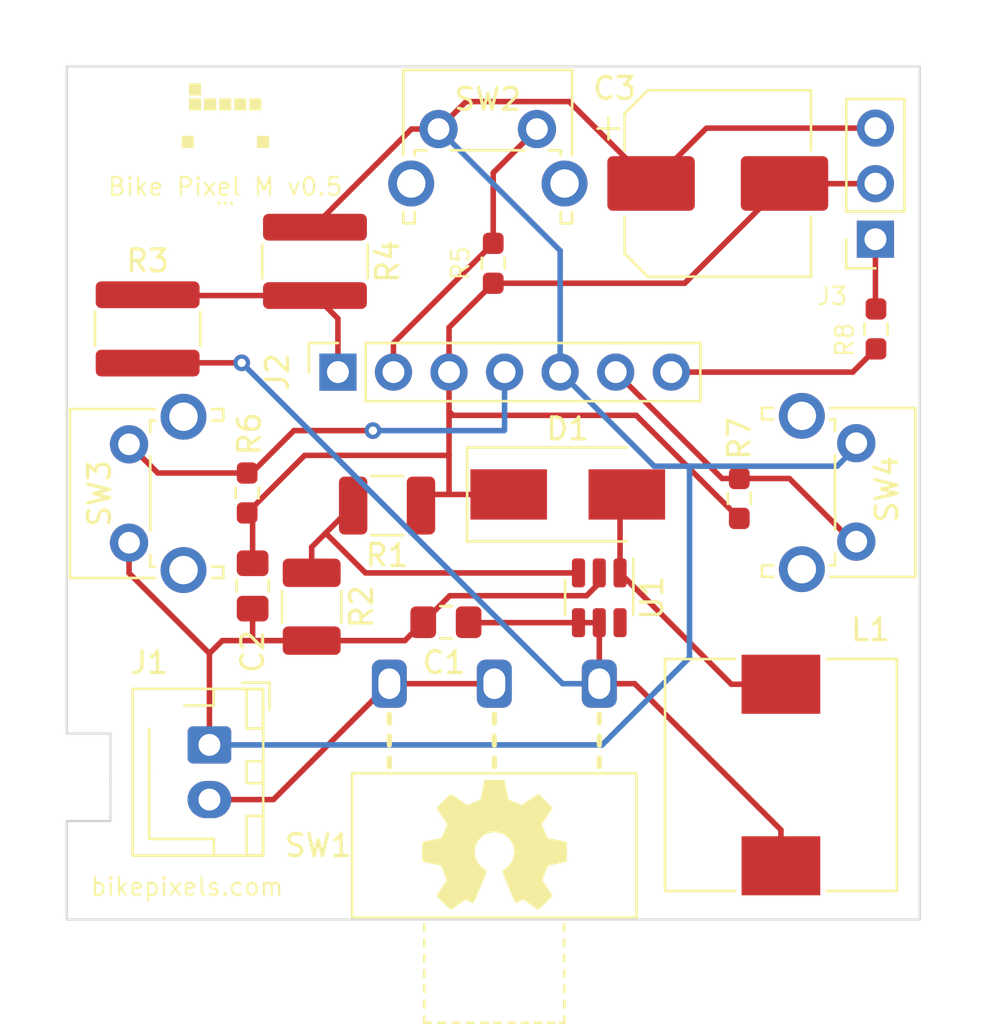
<source format=kicad_pcb>
(kicad_pcb (version 20211014) (generator pcbnew)
  (title_block (title "Bike Pixel M PCB") (rev "v0.5") (company "OpenDev.Consulting") (comment 2 "https://bikepixels.com") (comment 3 "License: CERN OHL v1.2") (comment 4 "Author: K. Stopa "))
  (layers (0 "F.Cu" signal) (31 "B.Cu" signal) (34 "B.Paste" user) (35 "F.Paste" user) (36 "B.SilkS" user "B.Silkscreen") (37 "F.SilkS" user "F.Silkscreen") (38 "B.Mask" user) (39 "F.Mask" user) (44 "Edge.Cuts" user))
  (net 0 "")
  (net 1 "Net-(C1-Pad1)")
  (net 2 "GND")
  (net 3 "+5V")
  (net 4 "Net-(D1-Pad2)")
  (net 5 "Net-(J1-Pad2)")
  (net 6 "Net-(J2-Pad1)")
  (net 7 "Net-(J2-Pad2)")
  (net 8 "Net-(J2-Pad4)")
  (net 9 "Net-(J2-Pad6)")
  (net 10 "Net-(J2-Pad7)")
  (net 11 "Net-(J3-Pad1)")
  (net 12 "Net-(R1-Pad2)")
  (footprint "Capacitor_SMD:CP_Elec_8x6.2" (layer "F.Cu") (at 149.7675 85.35)
    (fp_text reference "C3" (at -4.7175 -4.35) (layer "F.SilkS"))
    (fp_text value "330uF")
    (fp_line (start -3.195563 -4.26) (end 4.26 -4.26) (layer "F.SilkS") (width 0.12))
    (fp_line (start -4.26 3.195563) (end -4.26 1.51) (layer "F.SilkS") (width 0.12))
    (fp_line (start 4.26 4.26) (end 4.26 1.51) (layer "F.SilkS") (width 0.12))
    (fp_line (start -4.26 3.195563) (end -3.195563 4.26) (layer "F.SilkS") (width 0.12))
    (fp_line (start -5 -3.01) (end -5 -2.01) (layer "F.SilkS") (width 0.12))
    (fp_line (start -3.195563 4.26) (end 4.26 4.26) (layer "F.SilkS") (width 0.12))
    (fp_line (start -4.26 -3.195563) (end -4.26 -1.51) (layer "F.SilkS") (width 0.12))
    (fp_line (start -5.5 -2.51) (end -4.5 -2.51) (layer "F.SilkS") (width 0.12))
    (fp_line (start -4.26 -3.195563) (end -3.195563 -4.26) (layer "F.SilkS") (width 0.12))
    (fp_line (start 4.26 -4.26) (end 4.26 -1.51) (layer "F.SilkS") (width 0.12))
    (pad "1" smd roundrect locked (at -3.05 0) (size 4 2.5) (layers "F.Cu" "F.Paste" "F.Mask") (roundrect_rratio 0.1) (net 2 "GND"))
    (pad "2" smd roundrect locked (at 3.05 0) (size 4 2.5) (layers "F.Cu" "F.Paste" "F.Mask") (roundrect_rratio 0.1) (net 3 "+5V"))
  )
  (footprint "Resistor_SMD:R_0603_1608Metric_Pad0.98x0.95mm_HandSolder" (layer "F.Cu") (at 128.25 99.5 90)
    (fp_text reference "R6" (at 2.7 0.1 90) (layer "F.SilkS"))
    (fp_text value "10k")
    (fp_line (start -0.254724 -0.5225) (end 0.254724 -0.5225) (layer "F.SilkS") (width 0.12))
    (fp_line (start -0.254724 0.5225) (end 0.254724 0.5225) (layer "F.SilkS") (width 0.12))
    (pad "1" smd roundrect locked (at -0.9125 0 90) (size 0.975 0.95) (layers "F.Cu" "F.Paste" "F.Mask") (net 3 "+5V"))
    (pad "2" smd roundrect locked (at 0.9125 0 90) (size 0.975 0.95) (layers "F.Cu" "F.Paste" "F.Mask") (net 8 "Net-(J2-Pad4)"))
  )
  (footprint "Resistor_SMD:R_0603_1608Metric_Pad0.98x0.95mm_HandSolder" (layer "F.Cu") (at 157 92 90)
    (fp_text reference "R8" (at -0.5 -1.43 90) (layer "F.SilkS") (effects (font (size 0.8 0.8) (thickness 0.1))))
    (fp_text value "470")
    (fp_line (start -0.254724 0.5225) (end 0.254724 0.5225) (layer "F.SilkS") (width 0.12))
    (fp_line (start -0.254724 -0.5225) (end 0.254724 -0.5225) (layer "F.SilkS") (width 0.12))
    (pad "1" smd roundrect locked (at -0.9125 0 90) (size 0.975 0.95) (layers "F.Cu" "F.Paste" "F.Mask") (net 10 "Net-(J2-Pad7)"))
    (pad "2" smd roundrect locked (at 0.9125 0 90) (size 0.975 0.95) (layers "F.Cu" "F.Paste" "F.Mask") (net 11 "Net-(J3-Pad1)"))
  )
  (footprint "Capacitor_SMD:C_0805_2012Metric_Pad1.18x1.45mm_HandSolder" (layer "F.Cu") (at 137.3378 105.41 180)
    (fp_text reference "C1" (at 0.0878 -1.84) (layer "F.SilkS"))
    (fp_text value "22uF")
    (fp_line (start -0.261252 -0.735) (end 0.261252 -0.735) (layer "F.SilkS") (width 0.12))
    (fp_line (start -0.261252 0.735) (end 0.261252 0.735) (layer "F.SilkS") (width 0.12))
    (pad "1" smd roundrect locked (at -1.0375 0 180) (size 1.175 1.45) (layers "F.Cu" "F.Paste" "F.Mask") (roundrect_rratio 0.2127659574) (net 1 "Net-(C1-Pad1)"))
    (pad "2" smd roundrect locked (at 1.0375 0 180) (size 1.175 1.45) (layers "F.Cu" "F.Paste" "F.Mask") (roundrect_rratio 0.2127659574) (net 2 "GND"))
  )
  (footprint "Connector_PinSocket_2.54mm:PinSocket_1x03_P2.54mm_Vertical" (layer "F.Cu") (at 156.975 87.9 180)
    (fp_text reference "J3" (at 1.975 -2.6) (layer "F.SilkS") (effects (font (size 0.8 0.8) (thickness 0.1))))
    (fp_text value "Matrix")
    (fp_line (start -1.33 1.27) (end 1.33 1.27) (layer "F.SilkS") (width 0.12))
    (fp_line (start 0 -1.33) (end 1.33 -1.33) (layer "F.SilkS") (width 0.12))
    (fp_line (start 1.33 1.27) (end 1.33 6.41) (layer "F.SilkS") (width 0.12))
    (fp_line (start -1.33 1.27) (end -1.33 6.41) (layer "F.SilkS") (width 0.12))
    (fp_line (start 1.33 -1.33) (end 1.33 0) (layer "F.SilkS") (width 0.12))
    (fp_line (start -1.33 6.41) (end 1.33 6.41) (layer "F.SilkS") (width 0.12))
    (pad "1" thru_hole rect locked (at 0 0 180) (size 1.7 1.7) (drill 1) (layers *.Cu *.Mask) (net 11 "Net-(J3-Pad1)"))
    (pad "2" thru_hole oval locked (at 0 2.54 180) (size 1.7 1.7) (drill 1) (layers *.Cu *.Mask) (net 3 "+5V"))
    (pad "3" thru_hole oval locked (at 0 5.08 180) (size 1.7 1.7) (drill 1) (layers *.Cu *.Mask) (net 2 "GND"))
  )
  (footprint "Bike_Pixels_Custom:Bike_Pixels_logo_silk" (layer "F.Cu") (at 127.25 82.25)
    (fp_text reference "Bike Pixel M v0.5" (at 0 3.25) (layer "F.SilkS") (effects (font (size 0.8 0.8) (thickness 0.1))))
    (fp_text value "LOGO" hide)
    (fp_poly (pts (xy 1.650241 -0.235049) (xy 1.091919 -0.235049) (xy 1.093183 -0.512945) (xy 1.094448 -0.790842) (xy 1.372345 -0.792107) (xy 1.650241 -0.793371)) (layer "F.SilkS") (width 0) (fill solid))
    (fp_poly (pts (xy 2.002815 1.478851) (xy 1.444492 1.478851) (xy 1.445757 1.200955) (xy 1.447022 0.923058) (xy 1.724918 0.921793) (xy 2.002815 0.920529)) (layer "F.SilkS") (width 0) (fill solid))
    (fp_poly (pts (xy -0.416233 -0.235049) (xy -0.974555 -0.235049) (xy -0.97329 -0.512945) (xy -0.972026 -0.790842) (xy -0.694129 -0.792107) (xy -0.416233 -0.793371)) (layer "F.SilkS") (width 0) (fill solid))
    (fp_poly (pts (xy 0.684336 -0.792107) (xy 0.962233 -0.790842) (xy 0.963498 -0.512945) (xy 0.964762 -0.235049) (xy 0.40644 -0.235049) (xy 0.40644 -0.793371)) (layer "F.SilkS") (width 0) (fill solid))
    (fp_poly (pts (xy -1.720021 0.921793) (xy -1.442124 0.923058) (xy -1.44086 1.200955) (xy -1.439595 1.478851) (xy -1.997917 1.478851) (xy -1.997917 0.920529)) (layer "F.SilkS") (width 0) (fill solid))
    (fp_poly (pts (xy -1.106689 -0.920609) (xy -1.660034 -0.920609) (xy -1.660034 -1.47885) (xy -1.106689 -1.47885)) (layer "F.SilkS") (width 0) (fill solid))
    (fp_poly (pts (xy -1.106689 -0.235049) (xy -1.660034 -0.235049) (xy -1.660034 -0.79329) (xy -1.106689 -0.79329)) (layer "F.SilkS") (width 0) (fill solid))
    (fp_poly (pts (xy 0.273041 -0.512945) (xy 0.274305 -0.235049) (xy -0.284098 -0.235049) (xy -0.282834 -0.512945) (xy -0.281569 -0.790842) (xy 0.271776 -0.790842)) (layer "F.SilkS") (width 0) (fill solid))
  )
  (footprint "Diode_SMD:D_SMB_Handsoldering" (layer "F.Cu") (at 142.908 99.568)
    (fp_text reference "D1" (at 0 -3) (layer "F.SilkS"))
    (fp_text value "SL22")
    (fp_line (start -4.6 -2.15) (end -4.6 2.15) (layer "F.SilkS") (width 0.12))
    (fp_line (start -4.6 2.15) (end 2.7 2.15) (layer "F.SilkS") (width 0.12))
    (fp_line (start -4.6 -2.15) (end 2.7 -2.15) (layer "F.SilkS") (width 0.12))
    (pad "1" smd rect locked (at -2.7 0) (size 3.5 2.3) (layers "F.Cu" "F.Paste" "F.Mask") (net 3 "+5V"))
    (pad "2" smd rect locked (at 2.7 0) (size 3.5 2.3) (layers "F.Cu" "F.Paste" "F.Mask") (net 4 "Net-(D1-Pad2)"))
  )
  (footprint "Resistor_SMD:R_1210_3225Metric_Pad1.30x2.65mm_HandSolder" (layer "F.Cu") (at 131.2 104.7 -90)
    (fp_text reference "R2" (at 0 -2.28 90) (layer "F.SilkS"))
    (fp_text value "1k")
    (fp_line (start -0.723737 1.355) (end 0.723737 1.355) (layer "F.SilkS") (width 0.12))
    (fp_line (start -0.723737 -1.355) (end 0.723737 -1.355) (layer "F.SilkS") (width 0.12))
    (pad "1" smd roundrect locked (at -1.55 0 270) (size 1.3 2.65) (layers "F.Cu" "F.Paste" "F.Mask") (roundrect_rratio 0.1923076923) (net 12 "Net-(R1-Pad2)"))
    (pad "2" smd roundrect locked (at 1.55 0 270) (size 1.3 2.65) (layers "F.Cu" "F.Paste" "F.Mask") (roundrect_rratio 0.1923076923) (net 2 "GND"))
  )
  (footprint "Package_TO_SOT_SMD:SOT-23-6" (layer "F.Cu") (at 144.3482 104.2924 -90)
    (fp_text reference "U1" (at 0 -2.4 90) (layer "F.SilkS"))
    (fp_text value "MT3608")
    (fp_line (start 0 1.56) (end -0.8 1.56) (layer "F.SilkS") (width 0.12))
    (fp_line (start 0 -1.56) (end -1.8 -1.56) (layer "F.SilkS") (width 0.12))
    (fp_line (start 0 1.56) (end 0.8 1.56) (layer "F.SilkS") (width 0.12))
    (fp_line (start 0 -1.56) (end 0.8 -1.56) (layer "F.SilkS") (width 0.12))
    (pad "1" smd roundrect locked (at -1.1375 -0.95 270) (size 1.325 0.6) (layers "F.Cu" "F.Paste" "F.Mask") (net 4 "Net-(D1-Pad2)"))
    (pad "2" smd roundrect locked (at -1.1375 0 270) (size 1.325 0.6) (layers "F.Cu" "F.Paste" "F.Mask") (net 2 "GND"))
    (pad "3" smd roundrect locked (at -1.1375 0.95 270) (size 1.325 0.6) (layers "F.Cu" "F.Paste" "F.Mask") (net 12 "Net-(R1-Pad2)"))
    (pad "4" smd roundrect locked (at 1.1375 0.95 270) (size 1.325 0.6) (layers "F.Cu" "F.Paste" "F.Mask") (net 1 "Net-(C1-Pad1)"))
    (pad "5" smd roundrect locked (at 1.1375 0 270) (size 1.325 0.6) (layers "F.Cu" "F.Paste" "F.Mask") (net 1 "Net-(C1-Pad1)"))
    (pad "6" smd roundrect locked (at 1.1375 -0.95 270) (size 1.325 0.6) (layers "F.Cu" "F.Paste" "F.Mask"))
  )
  (footprint "Inductor_SMD:L_10.4x10.4_H4.8" (layer "F.Cu") (at 152.654 112.395 90)
    (fp_text reference "L1" (at 6.645 4.096 180) (layer "F.SilkS"))
    (fp_text value "22uH")
    (fp_line (start -5.3 5.3) (end -5.3 2.1) (layer "F.SilkS") (width 0.12))
    (fp_line (start -5.3 -5.3) (end 5.3 -5.3) (layer "F.SilkS") (width 0.12))
    (fp_line (start -5.3 -2.1) (end -5.3 -5.3) (layer "F.SilkS") (width 0.12))
    (fp_line (start 5.3 -5.3) (end 5.3 -2.1) (layer "F.SilkS") (width 0.12))
    (fp_line (start 5.3 5.3) (end -5.3 5.3) (layer "F.SilkS") (width 0.12))
    (fp_line (start 5.3 2.1) (end 5.3 5.3) (layer "F.SilkS") (width 0.12))
    (pad "1" smd rect locked (at -4.15 0 90) (size 2.7 3.6) (layers "F.Cu" "F.Paste" "F.Mask") (net 1 "Net-(C1-Pad1)"))
    (pad "2" smd rect locked (at 4.15 0 90) (size 2.7 3.6) (layers "F.Cu" "F.Paste" "F.Mask") (net 4 "Net-(D1-Pad2)"))
  )
  (footprint "Button_Switch_THT:SW_Tactile_SPST_Angled_PTS645Vx58-2LFS" (layer "F.Cu") (at 137 82.8625)
    (fp_text reference "SW2" (at 2.25 -1.3625) (layer "F.SilkS"))
    (fp_text value "mode")
    (fp_line (start -1.09 0.97) (end -0.55 0.97) (layer "F.SilkS") (width 0.12))
    (fp_line (start 6.11 3.8) (end 6.11 4.31) (layer "F.SilkS") (width 0.12))
    (fp_line (start 5.59 0.97) (end 5.59 1.2) (layer "F.SilkS") (width 0.12))
    (fp_line (start 6.11 -2.7) (end 6.11 1.2) (layer "F.SilkS") (width 0.12))
    (fp_line (start 5.05 0.97) (end 5.59 0.97) (layer "F.SilkS") (width 0.12))
    (fp_line (start 0.55 0.97) (end 3.95 0.97) (layer "F.SilkS") (width 0.12))
    (fp_line (start 5.59 3.8) (end 5.59 4.31) (layer "F.SilkS") (width 0.12))
    (fp_line (start -1.61 -2.7) (end 6.11 -2.7) (layer "F.SilkS") (width 0.12))
    (fp_line (start 5.59 4.31) (end 6.11 4.31) (layer "F.SilkS") (width 0.12))
    (fp_line (start -1.61 -2.7) (end -1.61 1.2) (layer "F.SilkS") (width 0.12))
    (fp_line (start -1.61 3.8) (end -1.61 4.31) (layer "F.SilkS") (width 0.12))
    (fp_line (start -1.61 4.31) (end -1.09 4.31) (layer "F.SilkS") (width 0.12))
    (fp_line (start -1.09 3.8) (end -1.09 4.31) (layer "F.SilkS") (width 0.12))
    (fp_line (start -1.09 0.97) (end -1.09 1.2) (layer "F.SilkS") (width 0.12))
    (pad "" thru_hole circle locked (at -1.25 2.49) (size 2.1 2.1) (drill 1.3) (layers *.Cu *.Mask))
    (pad "" thru_hole circle locked (at 5.76 2.49) (size 2.1 2.1) (drill 1.3) (layers *.Cu *.Mask))
    (pad "1" thru_hole circle locked (at 0 0) (size 1.75 1.75) (drill 0.99) (layers *.Cu *.Mask) (net 2 "GND"))
    (pad "2" thru_hole circle locked (at 4.5 0) (size 1.75 1.75) (drill 0.99) (layers *.Cu *.Mask) (net 7 "Net-(J2-Pad2)"))
  )
  (footprint "Capacitor_SMD:C_0805_2012Metric_Pad1.18x1.45mm_HandSolder" (layer "F.Cu") (at 128.5 103.75 -90)
    (fp_text reference "C2" (at 3 0 90) (layer "F.SilkS"))
    (fp_text value "22uF")
    (fp_line (start -0.261252 0.735) (end 0.261252 0.735) (layer "F.SilkS") (width 0.12))
    (fp_line (start -0.261252 -0.735) (end 0.261252 -0.735) (layer "F.SilkS") (width 0.12))
    (pad "1" smd roundrect locked (at -1.0375 0 270) (size 1.175 1.45) (layers "F.Cu" "F.Paste" "F.Mask") (roundrect_rratio 0.2127659574) (net 3 "+5V"))
    (pad "2" smd roundrect locked (at 1.0375 0 270) (size 1.175 1.45) (layers "F.Cu" "F.Paste" "F.Mask") (roundrect_rratio 0.2127659574) (net 2 "GND"))
  )
  (footprint "Bike_Pixels_Custom:Bike_Pixels_logo_solder" (layer "F.Cu") (at 127.25 82.75)
    (fp_text reference "..." (at 0 3.25 180) (layer "F.SilkS") (effects (font (size 0.6 0.6) (thickness 0.1))))
    (fp_text value "LOGO" hide)
  )
  (footprint "Bike_Pixels_Custom:SW_SPDT_SS12D06_H5_SPACE_4.8" (layer "F.Cu") (at 139.55 108.22)
    (fp_text reference "SW1" (at -8.05 7.4 unlocked) (layer "F.SilkS"))
    (fp_text value "on/off")
    (fp_line (start 4.8 3.4) (end 4.8 3.8) (layer "F.SilkS") (width 0.24))
    (fp_line (start -3.2 11) (end -3.2 11.3) (layer "F.SilkS") (width 0.12))
    (fp_line (start -3.2 14.5) (end -3.2 14.8) (layer "F.SilkS") (width 0.12))
    (fp_line (start 0 15.5) (end 0.3 15.5) (layer "F.SilkS") (width 0.12))
    (fp_line (start -1.25 15.5) (end -0.95 15.5) (layer "F.SilkS") (width 0.12))
    (fp_line (start 0.65 15.5) (end 0.95 15.5) (layer "F.SilkS") (width 0.12))
    (fp_line (start 0 3.4) (end 0 3.8) (layer "F.SilkS") (width 0.24))
    (fp_line (start -4.8 3.4) (end -4.8 3.8) (layer "F.SilkS") (width 0.24))
    (fp_line (start -3.2 15.2) (end -3.2 15.5) (layer "F.SilkS") (width 0.12))
    (fp_line (start -4.8 1.4) (end -4.8 1.8) (layer "F.SilkS") (width 0.24))
    (fp_line (start 3.2 13.8) (end 3.2 14.1) (layer "F.SilkS") (width 0.12))
    (fp_line (start -3.2 13.1) (end -3.2 13.4) (layer "F.SilkS") (width 0.12))
    (fp_line (start 3.2 13.1) (end 3.2 13.4) (layer "F.SilkS") (width 0.12))
    (fp_line (start -3.2 11.7) (end -3.2 12) (layer "F.SilkS") (width 0.12))
    (fp_line (start 2.45 15.5) (end 2.75 15.5) (layer "F.SilkS") (width 0.12))
    (fp_line (start -1.9 15.5) (end -1.6 15.5) (layer "F.SilkS") (width 0.12))
    (fp_line (start -3.2 13.8) (end -3.2 14.1) (layer "F.SilkS") (width 0.12))
    (fp_line (start -0.6 15.5) (end -0.3 15.5) (layer "F.SilkS") (width 0.12))
    (fp_line (start 0 1.4) (end 0 1.8) (layer "F.SilkS") (width 0.24))
    (fp_line (start 3.2 11) (end 3.2 11.3) (layer "F.SilkS") (width 0.12))
    (fp_line (start 3 15.5) (end 3.2 15.5) (layer "F.SilkS") (width 0.12))
    (fp_line (start 4.8 1.4) (end 4.8 1.8) (layer "F.SilkS") (width 0.24))
    (fp_line (start 3.2 12.4) (end 3.2 12.7) (layer "F.SilkS") (width 0.12))
    (fp_line (start 1.85 15.5) (end 2.15 15.5) (layer "F.SilkS") (width 0.12))
    (fp_line (start 3.2 11.7) (end 3.2 12) (layer "F.SilkS") (width 0.12))
    (fp_line (start 3.2 15.5) (end 3.2 15.2) (layer "F.SilkS") (width 0.12))
    (fp_line (start -2.55 15.5) (end -2.25 15.5) (layer "F.SilkS") (width 0.12))
    (fp_line (start 1.25 15.5) (end 1.55 15.5) (layer "F.SilkS") (width 0.12))
    (fp_line (start 0 2.4) (end 0 2.8) (layer "F.SilkS") (width 0.24))
    (fp_line (start 3.2 14.5) (end 3.2 14.8) (layer "F.SilkS") (width 0.12))
    (fp_line (start -4.8 2.4) (end -4.8 2.8) (layer "F.SilkS") (width 0.24))
    (fp_line (start -3.2 15.5) (end -2.9 15.5) (layer "F.SilkS") (width 0.12))
    (fp_line (start -3.2 12.4) (end -3.2 12.7) (layer "F.SilkS") (width 0.12))
    (fp_line (start 4.8 2.4) (end 4.8 2.8) (layer "F.SilkS") (width 0.24))
    (fp_rect (start -6.5 4.1) (end 6.5 10.7) (layer "F.SilkS") (width 0.12) (fill none))
    (pad "1" thru_hole roundrect (at -4.8 0) (size 1.6 2.2) (drill oval 1 1.4) (layers *.Cu *.Mask) (net 5 "Net-(J1-Pad2)"))
    (pad "2" thru_hole roundrect (at 0 0) (size 1.6 2.2) (drill oval 1 1.4) (layers *.Cu *.Mask) (net 5 "Net-(J1-Pad2)"))
    (pad "3" thru_hole roundrect (at 4.8 0) (size 1.6 2.2) (drill oval 1 1.4) (layers *.Cu *.Mask) (net 1 "Net-(C1-Pad1)"))
  )
  (footprint "Button_Switch_THT:SW_Tactile_SPST_Angled_PTS645Vx58-2LFS" (layer "F.Cu") (at 122.85 101.775 90)
    (fp_text reference "SW3" (at 2.25 -1.35 90) (layer "F.SilkS"))
    (fp_text value "color")
    (fp_line (start 6.11 3.8) (end 6.11 4.31) (layer "F.SilkS") (width 0.12))
    (fp_line (start 6.11 -2.7) (end 6.11 1.2) (layer "F.SilkS") (width 0.12))
    (fp_line (start -1.09 0.97) (end -0.55 0.97) (layer "F.SilkS") (width 0.12))
    (fp_line (start -1.61 4.31) (end -1.09 4.31) (layer "F.SilkS") (width 0.12))
    (fp_line (start 5.59 0.97) (end 5.59 1.2) (layer "F.SilkS") (width 0.12))
    (fp_line (start -1.61 -2.7) (end -1.61 1.2) (layer "F.SilkS") (width 0.12))
    (fp_line (start -1.09 3.8) (end -1.09 4.31) (layer "F.SilkS") (width 0.12))
    (fp_line (start 5.59 4.31) (end 6.11 4.31) (layer "F.SilkS") (width 0.12))
    (fp_line (start -1.61 3.8) (end -1.61 4.31) (layer "F.SilkS") (width 0.12))
    (fp_line (start 5.05 0.97) (end 5.59 0.97) (layer "F.SilkS") (width 0.12))
    (fp_line (start -1.09 0.97) (end -1.09 1.2) (layer "F.SilkS") (width 0.12))
    (fp_line (start 0.55 0.97) (end 3.95 0.97) (layer "F.SilkS") (width 0.12))
    (fp_line (start -1.61 -2.7) (end 6.11 -2.7) (layer "F.SilkS") (width 0.12))
    (fp_line (start 5.59 3.8) (end 5.59 4.31) (layer "F.SilkS") (width 0.12))
    (pad "" thru_hole circle locked (at 5.76 2.49 90) (size 2.1 2.1) (drill 1.3) (layers *.Cu *.Mask))
    (pad "" thru_hole circle locked (at -1.25 2.49 90) (size 2.1 2.1) (drill 1.3) (layers *.Cu *.Mask))
    (pad "1" thru_hole circle locked (at 0 0 90) (size 1.75 1.75) (drill 0.99) (layers *.Cu *.Mask) (net 2 "GND"))
    (pad "2" thru_hole circle locked (at 4.5 0 90) (size 1.75 1.75) (drill 0.99) (layers *.Cu *.Mask) (net 8 "Net-(J2-Pad4)"))
  )
  (footprint "Resistor_SMD:R_1218_3246Metric_Pad1.22x4.75mm_HandSolder" (layer "F.Cu") (at 123.7 92 90)
    (fp_text reference "R3" (at 3.1125 0) (layer "F.SilkS"))
    (fp_text value "22k")
    (fp_line (start -0.777064 2.41) (end 0.777064 2.41) (layer "F.SilkS") (width 0.12))
    (fp_line (start -0.777064 -2.41) (end 0.777064 -2.41) (layer "F.SilkS") (width 0.12))
    (pad "1" smd roundrect locked (at -1.5625 0 90) (size 1.225 4.75) (layers "F.Cu" "F.Paste" "F.Mask") (roundrect_rratio 0.2040816327) (net 1 "Net-(C1-Pad1)"))
    (pad "2" smd roundrect locked (at 1.5625 0 90) (size 1.225 4.75) (layers "F.Cu" "F.Paste" "F.Mask") (roundrect_rratio 0.2040816327) (net 6 "Net-(J2-Pad1)"))
  )
  (footprint "Connector_JST:JST_XH_B2B-XH-AM_1x02_P2.50mm_Vertical" (layer "F.Cu") (at 126.525 111.018 -90)
    (fp_text reference "J1" (at -3.768 2.751 180) (layer "F.SilkS"))
    (fp_text value "Battery")
    (fp_line (start 5.06 3.51) (end 5.06 -2.46) (layer "F.SilkS") (width 0.12))
    (fp_line (start 5.06 -2.46) (end -2.56 -2.46) (layer "F.SilkS") (width 0.12))
    (fp_line (start -2.55 -2.45) (end -2.55 -1.7) (layer "F.SilkS") (width 0.12))
    (fp_line (start -2.56 -2.46) (end -2.56 3.51) (layer "F.SilkS") (width 0.12))
    (fp_line (start 0.75 -2.45) (end 0.75 -1.7) (layer "F.SilkS") (width 0.12))
    (fp_line (start -0.75 -1.7) (end -0.75 -2.45) (layer "F.SilkS") (width 0.12))
    (fp_line (start 4.3 -0.2) (end 4.3 2.75) (layer "F.SilkS") (width 0.12))
    (fp_line (start 3.25 -1.7) (end 5.05 -1.7) (layer "F.SilkS") (width 0.12))
    (fp_line (start 4.3 2.75) (end 1.25 2.75) (layer "F.SilkS") (width 0.12))
    (fp_line (start 5.05 -0.2) (end 4.3 -0.2) (layer "F.SilkS") (width 0.12))
    (fp_line (start 1.75 -2.45) (end 0.75 -2.45) (layer "F.SilkS") (width 0.12))
    (fp_line (start -2.55 -0.2) (end -1.8 -0.2) (layer "F.SilkS") (width 0.12))
    (fp_line (start 0.75 -1.7) (end 1.75 -1.7) (layer "F.SilkS") (width 0.12))
    (fp_line (start -1.6 -2.75) (end -2.85 -2.75) (layer "F.SilkS") (width 0.12))
    (fp_line (start -0.75 -2.45) (end -2.55 -2.45) (layer "F.SilkS") (width 0.12))
    (fp_line (start -2.85 -2.75) (end -2.85 -1.5) (layer "F.SilkS") (width 0.12))
    (fp_line (start 1.25 2.75) (end -0.74 2.75) (layer "F.SilkS") (width 0.12))
    (fp_line (start 3.25 -2.45) (end 3.25 -1.7) (layer "F.SilkS") (width 0.12))
    (fp_line (start 1.75 -1.7) (end 1.75 -2.45) (layer "F.SilkS") (width 0.12))
    (fp_line (start 5.05 -1.7) (end 5.05 -2.45) (layer "F.SilkS") (width 0.12))
    (fp_line (start -2.56 3.51) (end 5.06 3.51) (layer "F.SilkS") (width 0.12))
    (fp_line (start -1.8 -0.2) (end -1.8 1.14) (layer "F.SilkS") (width 0.12))
    (fp_line (start 5.05 -2.45) (end 3.25 -2.45) (layer "F.SilkS") (width 0.12))
    (fp_line (start -2.55 -1.7) (end -0.75 -1.7) (layer "F.SilkS") (width 0.12))
    (pad "" np_thru_hole circle locked (at -1.6 2 270) (size 1.2 1.2) (drill 1.2) (layers *.Cu *.Mask))
    (pad "1" thru_hole roundrect locked (at 0 0 270) (size 1.7 2) (drill 1) (layers *.Cu *.Mask) (roundrect_rratio 0.1470588235) (net 2 "GND"))
    (pad "2" thru_hole oval locked (at 2.5 0 270) (size 1.7 2) (drill 1) (layers *.Cu *.Mask) (net 5 "Net-(J1-Pad2)"))
  )
  (footprint "Resistor_SMD:R_0603_1608Metric_Pad0.98x0.95mm_HandSolder" (layer "F.Cu") (at 150.75 99.75 90)
    (fp_text reference "R7" (at 2.75 0 90) (layer "F.SilkS"))
    (fp_text value "10k")
    (fp_line (start -0.254724 -0.5225) (end 0.254724 -0.5225) (layer "F.SilkS") (width 0.12))
    (fp_line (start -0.254724 0.5225) (end 0.254724 0.5225) (layer "F.SilkS") (width 0.12))
    (pad "1" smd roundrect locked (at -0.9125 0 90) (size 0.975 0.95) (layers "F.Cu" "F.Paste" "F.Mask") (net 3 "+5V"))
    (pad "2" smd roundrect locked (at 0.9125 0 90) (size 0.975 0.95) (layers "F.Cu" "F.Paste" "F.Mask") (net 9 "Net-(J2-Pad6)"))
  )
  (footprint "Connector_PinSocket_2.54mm:PinSocket_1x07_P2.54mm_Vertical" (layer "F.Cu") (at 132.4 93.975 90)
    (fp_text reference "J2" (at 0 -2.77 90) (layer "F.SilkS"))
    (fp_text value "Arduino")
    (fp_line (start 0 -1.33) (end 1.33 -1.33) (layer "F.SilkS") (width 0.12))
    (fp_line (start -1.33 16.57) (end 1.33 16.57) (layer "F.SilkS") (width 0.12))
    (fp_line (start -1.33 1.27) (end -1.33 16.57) (layer "F.SilkS") (width 0.12))
    (fp_line (start 1.33 1.27) (end 1.33 16.57) (layer "F.SilkS") (width 0.12))
    (fp_line (start -1.33 1.27) (end 1.33 1.27) (layer "F.SilkS") (width 0.12))
    (fp_line (start 1.33 -1.33) (end 1.33 0) (layer "F.SilkS") (width 0.12))
    (pad "1" thru_hole rect locked (at 0 0 90) (size 1.7 1.7) (drill 1) (layers *.Cu *.Mask) (net 6 "Net-(J2-Pad1)"))
    (pad "2" thru_hole oval locked (at 0 2.54 90) (size 1.7 1.7) (drill 1) (layers *.Cu *.Mask) (net 7 "Net-(J2-Pad2)"))
    (pad "3" thru_hole oval locked (at 0 5.08 90) (size 1.7 1.7) (drill 1) (layers *.Cu *.Mask) (net 3 "+5V"))
    (pad "4" thru_hole oval locked (at 0 7.62 90) (size 1.7 1.7) (drill 1) (layers *.Cu *.Mask) (net 8 "Net-(J2-Pad4)"))
    (pad "5" thru_hole oval locked (at 0 10.16 90) (size 1.7 1.7) (drill 1) (layers *.Cu *.Mask) (net 2 "GND"))
    (pad "6" thru_hole oval locked (at 0 12.7 90) (size 1.7 1.7) (drill 1) (layers *.Cu *.Mask) (net 9 "Net-(J2-Pad6)"))
    (pad "7" thru_hole oval locked (at 0 15.24 90) (size 1.7 1.7) (drill 1) (layers *.Cu *.Mask) (net 10 "Net-(J2-Pad7)"))
  )
  (footprint "Resistor_SMD:R_1210_3225Metric_Pad1.30x2.65mm_HandSolder" (layer "F.Cu") (at 134.646 100.076 180)
    (fp_text reference "R1" (at 0 -2.28) (layer "F.SilkS"))
    (fp_text value "7.5k")
    (fp_line (start -0.723737 1.355) (end 0.723737 1.355) (layer "F.SilkS") (width 0.12))
    (fp_line (start -0.723737 -1.355) (end 0.723737 -1.355) (layer "F.SilkS") (width 0.12))
    (pad "1" smd roundrect locked (at -1.55 0 180) (size 1.3 2.65) (layers "F.Cu" "F.Paste" "F.Mask") (roundrect_rratio 0.1923076923) (net 3 "+5V"))
    (pad "2" smd roundrect locked (at 1.55 0 180) (size 1.3 2.65) (layers "F.Cu" "F.Paste" "F.Mask") (roundrect_rratio 0.1923076923) (net 12 "Net-(R1-Pad2)"))
  )
  (footprint "Resistor_SMD:R_0603_1608Metric_Pad0.98x0.95mm_HandSolder" (layer "F.Cu") (at 139.5 89 90)
    (fp_text reference "R5" (at 0 -1.5 90) (layer "F.SilkS") (effects (font (size 0.8 0.8) (thickness 0.1))))
    (fp_text value "10k")
    (fp_line (start -0.254724 -0.5225) (end 0.254724 -0.5225) (layer "F.SilkS") (width 0.12))
    (fp_line (start -0.254724 0.5225) (end 0.254724 0.5225) (layer "F.SilkS") (width 0.12))
    (pad "1" smd roundrect locked (at -0.9125 0 90) (size 0.975 0.95) (layers "F.Cu" "F.Paste" "F.Mask") (net 3 "+5V"))
    (pad "2" smd roundrect locked (at 0.9125 0 90) (size 0.975 0.95) (layers "F.Cu" "F.Paste" "F.Mask") (net 7 "Net-(J2-Pad2)"))
  )
  (footprint "Symbol:OSHW-Symbol_6.7x6mm_SilkScreen" (layer "F.Cu") (at 139.55 115.6)
    (fp_text reference "REF**" hide)
    (fp_text value "OSHW-Symbol_6.7x6mm_SilkScreen" hide)
    (fp_poly (pts (xy 0.555814 -2.531069) (xy 0.639635 -2.086445) (xy 0.94892 -1.958947) (xy 1.258206 -1.831449) (xy 1.629246 -2.083754) (xy 1.733157 -2.154004) (xy 1.827087 -2.216728) (xy 1.906652 -2.269062) (xy 1.96747 -2.308143) (xy 2.005157 -2.331107) (xy 2.015421 -2.336058) (xy 2.03391 -2.323324) (xy 2.07342 -2.288118) (xy 2.129522 -2.234938) (xy 2.197787 -2.168282) (xy 2.273786 -2.092646) (xy 2.353092 -2.012528) (xy 2.431275 -1.932426) (xy 2.503907 -1.856836) (xy 2.566559 -1.790255) (xy 2.614803 -1.737182) (xy 2.64421 -1.702113) (xy 2.651241 -1.690377) (xy 2.641123 -1.66874) (xy 2.612759 -1.621338) (xy 2.569129 -1.552807) (xy 2.513218 -1.467785) (xy 2.448006 -1.370907) (xy 2.410219 -1.31565) (xy 2.341343 -1.214752) (xy 2.28014 -1.123701) (xy 2.229578 -1.04703) (xy 2.192628 -0.989272) (xy 2.172258 -0.954957) (xy 2.169197 -0.947746) (xy 2.176136 -0.927252) (xy 2.195051 -0.879487) (xy 2.223087 -0.811168) (xy 2.257391 -0.729011) (xy 2.295109 -0.63973) (xy 2.333387 -0.550042) (xy 2.36937 -0.466662) (xy 2.400206 -0.396306) (xy 2.423039 -0.34569) (xy 2.435017 -0.321529) (xy 2.435724 -0.320578) (xy 2.454531 -0.315964) (xy 2.504618 -0.305672) (xy 2.580793 -0.290713) (xy 2.677865 -0.272099) (xy 2.790643 -0.250841) (xy 2.856442 -0.238582) (xy 2.97695 -0.215638) (xy 3.085797 -0.193805) (xy 3.177476 -0.174278) (xy 3.246481 -0.158252) (xy 3.287304 -0.146921) (xy 3.295511 -0.143326) (xy 3.303548 -0.118994) (xy 3.310033 -0.064041) (xy 3.31497 0.015108) (xy 3.318364 0.112026) (xy 3.320218 0.220287) (xy 3.320538 0.333465) (xy 3.319327 0.445135) (xy 3.31659 0.548868) (xy 3.312331 0.638241) (xy 3.306555 0.706826) (xy 3.299267 0.748197) (xy 3.294895 0.75681) (xy 3.268764 0.767133) (xy 3.213393 0.781892) (xy 3.136107 0.799352) (xy 3.04423 0.81778) (xy 3.012158 0.823741) (xy 2.857524 0.852066) (xy 2.735375 0.874876) (xy 2.641673 0.89308) (xy 2.572384 0.907583) (xy 2.523471 0.919292) (xy 2.490897 0.929115) (xy 2.470628 0.937956) (xy 2.458626 0.946724) (xy 2.456947 0.948457) (xy 2.440184 0.976371) (xy 2.414614 1.030695) (xy 2.382788 1.104777) (xy 2.34726 1.191965) (xy 2.310583 1.285608) (xy 2.275311 1.379052) (xy 2.243996 1.465647) (xy 2.219193 1.53874) (xy 2.203454 1.591678) (xy 2.199332 1.617811) (xy 2.199676 1.618726) (xy 2.213641 1.640086) (xy 2.245322 1.687084) (xy 2.291391 1.754827) (xy 2.348518 1.838423) (xy 2.413373 1.932982) (xy 2.431843 1.959854) (xy 2.497699 2.057275) (xy 2.55565 2.146163) (xy 2.602538 2.221412) (xy 2.635207 2.27792) (xy 2.6505 2.310581) (xy 2.651241 2.314593) (xy 2.638392 2.335684) (xy 2.602888 2.377464) (xy 2.549293 2.435445) (xy 2.482171 2.505135) (xy 2.406087 2.582045) (xy 2.325604 2.661683) (xy 2.245287 2.739561) (xy 2.169699 2.811186) (xy 2.103405 2.87207) (xy 2.050969 2.917721) (xy 2.016955 2.94365) (xy 2.007545 2.947883) (xy 1.985643 2.937912) (xy 1.9408 2.91102) (xy 1.880321 2.871736) (xy 1.833789 2.840117) (xy 1.749475 2.782098) (xy 1.649626 2.713784) (xy 1.549473 2.645579) (xy 1.495627 2.609075) (xy 1.313371 2.4858) (xy 1.160381 2.56852) (xy 1.090682 2.604759) (xy 1.031414 2.632926) (xy 0.991311 2.648991) (xy 0.981103 2.651226) (xy 0.968829 2.634722) (xy 0.944613 2.588082) (xy 0.910263 2.515609) (xy 0.867588 2.421606) (xy 0.818394 2.310374) (xy 0.76449 2.186215) (xy 0.707684 2.053432) (xy 0.649782 1.916327) (xy 0.592593 1.779202) (xy 0.537924 1.646358) (xy 0.487584 1.522098) (xy 0.44338 1.410725) (xy 0.407119 1.316539) (xy 0.380609 1.243844) (xy 0.365658 1.196941) (xy 0.363254 1.180833) (xy 0.382311 1.160286) (xy 0.424036 1.126933) (xy 0.479706 1.087702) (xy 0.484378 1.084599) (xy 0.628264 0.969423) (xy 0.744283 0.835053) (xy 0.83143 0.685784) (xy 0.888699 0.525913) (xy 0.915086 0.359737) (xy 0.909585 0.191552) (xy 0.87119 0.025655) (xy 0.798895 -0.133658) (xy 0.777626 -0.168513) (xy 0.666996 -0.309263) (xy 0.536302 -0.422286) (xy 0.390064 -0.506997) (xy 0.232808 -0.562806) (xy 0.069057 -0.589126) (xy -0.096667 -0.58537) (xy -0.259838 -0.55095) (xy -0.415935 -0.485277) (xy -0.560433 -0.387765) (xy -0.605131 -0.348187) (xy -0.718888 -0.224297) (xy -0.801782 -0.093876) (xy -0.858644 0.052315) (xy -0.890313 0.197088) (xy -0.898131 0.35986) (xy -0.872062 0.52344) (xy -0.814755 0.682298) (xy -0.728856 0.830906) (xy -0.617014 0.963735) (xy -0.481877 1.075256) (xy -0.464117 1.087011) (xy -0.40785 1.125508) (xy -0.365077 1.158863) (xy -0.344628 1.18016) (xy -0.344331 1.180833) (xy -0.348721 1.203871) (xy -0.366124 1.256157) (xy -0.394732 1.33339) (xy -0.432735 1.431268) (xy -0.478326 1.545491) (xy -0.529697 1.671758) (xy -0.585038 1.805767) (xy -0.642542 1.943218) (xy -0.700399 2.079808) (xy -0.756802 2.211237) (xy -0.809942 2.333205) (xy -0.85801 2.441409) (xy -0.899199 2.531549) (xy -0.931699 2.599323) (xy -0.953703 2.64043) (xy -0.962564 2.651226) (xy -0.98964 2.642819) (xy -1.040303 2.620272) (xy -1.105817 2.587613) (xy -1.141841 2.56852) (xy -1.294832 2.4858) (xy -1.477088 2.609075) (xy -1.570125 2.672228) (xy -1.671985 2.741727) (xy -1.767438 2.807165) (xy -1.81525 2.840117) (xy -1.882495 2.885273) (xy -1.939436 2.921057) (xy -1.978646 2.942938) (xy -1.991381 2.947563) (xy -2.009917 2.935085) (xy -2.050941 2.900252) (xy -2.110475 2.846678) (xy -2.184542 2.777983) (xy -2.269165 2.697781) (xy -2.322685 2.646286) (xy -2.416319 2.554286) (xy -2.497241 2.471999) (xy -2.562177 2.402945) (xy -2.607858 2.350644) (xy -2.631011 2.318616) (xy -2.633232 2.312116) (xy -2.622924 2.287394) (xy -2.594439 2.237405) (xy -2.550937 2.167212) (xy -2.495577 2.081875) (xy -2.43152 1.986456) (xy -2.413303 1.959854) (xy -2.346927 1.863167) (xy -2.287378 1.776117) (xy -2.237984 1.703595) (xy -2.202075 1.650493) (xy -2.182981 1.621703) (xy -2.181136 1.618726) (xy -2.183895 1.595782) (xy -2.198538 1.545336) (xy -2.222513 1.474041) (xy -2.253266 1.388547) (xy -2.288244 1.295507) (xy -2.324893 1.201574) (xy -2.360661 1.113399) (xy -2.392994 1.037634) (xy -2.419338 0.980931) (xy -2.437142 0.949943) (xy -2.438407 0.948457) (xy -2.449294 0.939601) (xy -2.467682 0.930843) (xy -2.497606 0.921277) (xy -2.543103 0.909996) (xy -2.608209 0.896093) (xy -2.696961 0.878663) (xy -2.813393 0.856798) (xy -2.961542 0.829591) (xy -2.993618 0.823741) (xy -3.088686 0.805374) (xy -3.171565 0.787405) (xy -3.23493 0.771569) (xy -3.271458 0.7596) (xy -3.276356 0.75681) (xy -3.284427 0.732072) (xy -3.290987 0.67679) (xy -3.296033 0.597389) (xy -3.299559 0.500296) (xy -3.301561 0.391938) (xy -3.302036 0.27874) (xy -3.300977 0.167128) (xy -3.298382 0.063529) (xy -3.294246 -0.025632) (xy -3.288563 -0.093928) (xy -3.281331 -0.134934) (xy -3.276971 -0.143326) (xy -3.252698 -0.151792) (xy -3.197426 -0.165565) (xy -3.116662 -0.18345) (xy -3.015912 -0.204252) (xy -2.900683 -0.226777) (xy -2.837902 -0.238582) (xy -2.718787 -0.260849) (xy -2.612565 -0.281021) (xy -2.524427 -0.298085) (xy -2.459566 -0.311031) (xy -2.423174 -0.318845) (xy -2.417184 -0.320578) (xy -2.407061 -0.34011) (xy -2.385662 -0.387157) (xy -2.355839 -0.454997) (xy -2.320445 -0.536909) (xy -2.282332 -0.626172) (xy -2.244353 -0.716065) (xy -2.20936 -0.799865) (xy -2.180206 -0.870853) (xy -2.159743 -0.922306) (xy -2.150823 -0.947503) (xy -2.150657 -0.948604) (xy -2.160769 -0.968481) (xy -2.189117 -1.014223) (xy -2.232723 -1.081283) (xy -2.288606 -1.165116) (xy -2.353787 -1.261174) (xy -2.391679 -1.31635) (xy -2.460725 -1.417519) (xy -2.52205 -1.50937) (xy -2.572663 -1.587256) (xy -2.609571 -1.646531) (xy -2.629782 -1.682549) (xy -2.632701 -1.690623) (xy -2.620153 -1.709416) (xy -2.585463 -1.749543) (xy -2.533063 -1.806507) (xy -2.467384 -1.875815) (xy -2.392856 -1.952969) (xy -2.313913 -2.033475) (xy -2.234983 -2.112837) (xy -2.1605 -2.18656) (xy -2.094894 -2.250148) (xy -2.042596 -2.299106) (xy -2.008039 -2.328939) (xy -1.996478 -2.336058) (xy -1.977654 -2.326047) (xy -1.932631 -2.297922) (xy -1.865787 -2.254546) (xy -1.781499 -2.198782) (xy -1.684144 -2.133494) (xy -1.610707 -2.083754) (xy -1.239667 -1.831449) (xy -0.621095 -2.086445) (xy -0.537275 -2.531069) (xy -0.453454 -2.975693) (xy 0.471994 -2.975693) (xy 0.555814 -2.531069)) (layer "F.SilkS") (width 0.01) (fill solid))
  )
  (footprint "Resistor_SMD:R_1218_3246Metric_Pad1.22x4.75mm_HandSolder" (layer "F.Cu") (at 131.35 88.9125 -90)
    (fp_text reference "R4" (at 0 -3.32 90) (layer "F.SilkS"))
    (fp_text value "22k")
    (fp_line (start -0.777064 -2.41) (end 0.777064 -2.41) (layer "F.SilkS") (width 0.12))
    (fp_line (start -0.777064 2.41) (end 0.777064 2.41) (layer "F.SilkS") (width 0.12))
    (pad "1" smd roundrect locked (at -1.5625 0 270) (size 1.225 4.75) (layers "F.Cu" "F.Paste" "F.Mask") (roundrect_rratio 0.2040816327) (net 2 "GND"))
    (pad "2" smd roundrect locked (at 1.5625 0 270) (size 1.225 4.75) (layers "F.Cu" "F.Paste" "F.Mask") (roundrect_rratio 0.2040816327) (net 6 "Net-(J2-Pad1)"))
  )
  (footprint "Button_Switch_THT:SW_Tactile_SPST_Angled_PTS645Vx58-2LFS" (layer "F.Cu") (at 156.1 97.225 -90)
    (fp_text reference "SW4" (at 2.1 -1.4 90) (layer "F.SilkS"))
    (fp_text value "effect")
    (fp_line (start 5.59 0.97) (end 5.59 1.2) (layer "F.SilkS") (width 0.12))
    (fp_line (start 5.05 0.97) (end 5.59 0.97) (layer "F.SilkS") (width 0.12))
    (fp_line (start -1.61 4.31) (end -1.09 4.31) (layer "F.SilkS") (width 0.12))
    (fp_line (start -1.61 -2.7) (end 6.11 -2.7) (layer "F.SilkS") (width 0.12))
    (fp_line (start -1.09 3.8) (end -1.09 4.31) (layer "F.SilkS") (width 0.12))
    (fp_line (start -1.61 -2.7) (end -1.61 1.2) (layer "F.SilkS") (width 0.12))
    (fp_line (start -1.09 0.97) (end -1.09 1.2) (layer "F.SilkS") (width 0.12))
    (fp_line (start 5.59 3.8) (end 5.59 4.31) (layer "F.SilkS") (width 0.12))
    (fp_line (start 0.55 0.97) (end 3.95 0.97) (layer "F.SilkS") (width 0.12))
    (fp_line (start 6.11 3.8) (end 6.11 4.31) (layer "F.SilkS") (width 0.12))
    (fp_line (start 5.59 4.31) (end 6.11 4.31) (layer "F.SilkS") (width 0.12))
    (fp_line (start -1.61 3.8) (end -1.61 4.31) (layer "F.SilkS") (width 0.12))
    (fp_line (start 6.11 -2.7) (end 6.11 1.2) (layer "F.SilkS") (width 0.12))
    (fp_line (start -1.09 0.97) (end -0.55 0.97) (layer "F.SilkS") (width 0.12))
    (pad "" thru_hole circle locked (at 5.76 2.49 270) (size 2.1 2.1) (drill 1.3) (layers *.Cu *.Mask))
    (pad "" thru_hole circle locked (at -1.25 2.49 270) (size 2.1 2.1) (drill 1.3) (layers *.Cu *.Mask))
    (pad "1" thru_hole circle locked (at 0 0 270) (size 1.75 1.75) (drill 0.99) (layers *.Cu *.Mask) (net 2 "GND"))
    (pad "2" thru_hole circle locked (at 4.5 0 270) (size 1.75 1.75) (drill 0.99) (layers *.Cu *.Mask) (net 9 "Net-(J2-Pad6)"))
  )
  (gr_line (start 122 112.5) (end 122 110.5) (layer "Edge.Cuts") (width 0.1))
  (gr_line (start 120 110.5) (end 120 80) (layer "Edge.Cuts") (width 0.1))
  (gr_line (start 120 114.5) (end 120 119) (layer "Edge.Cuts") (width 0.1))
  (gr_line (start 159 80) (end 159 119) (layer "Edge.Cuts") (width 0.1))
  (gr_line (start 120 119) (end 159 119) (layer "Edge.Cuts") (width 0.1))
  (gr_line (start 120 80) (end 159 80) (layer "Edge.Cuts") (width 0.1))
  (gr_line (start 122 110.5) (end 120 110.5) (layer "Edge.Cuts") (width 0.1))
  (gr_line (start 122 112.5) (end 122 114.5) (layer "Edge.Cuts") (width 0.1))
  (gr_line (start 122 114.5) (end 120 114.5) (layer "Edge.Cuts") (width 0.1))
  (gr_text "bikepixels.com" (at 125.5 117.5) (layer "F.SilkS") (effects (font (size 0.8 0.8) (thickness 0.1))))
  (segment (start 138.3952 105.4299) (end 138.3753 105.41) (width 0.254) (layer "F.Cu") (net 1))
  (segment (start 144.35 105.4317) (end 144.3482 105.4299) (width 0.254) (layer "F.Cu") (net 1))
  (segment (start 128 93.55) (end 123.7125 93.55) (width 0.254) (layer "F.Cu") (net 1))
  (segment (start 152.654 116.545) (end 152.654 114.904) (width 0.254) (layer "F.Cu") (net 1))
  (segment (start 123.7125 93.55) (end 123.7 93.5625) (width 0.254) (layer "F.Cu") (net 1))
  (segment (start 144.35 108.22) (end 144.35 105.4317) (width 0.254) (layer "F.Cu") (net 1))
  (segment (start 143.3982 105.4299) (end 138.3952 105.4299) (width 0.254) (layer "F.Cu") (net 1))
  (segment (start 152.654 114.904) (end 145.97 108.22) (width 0.254) (layer "F.Cu") (net 1))
  (segment (start 145.97 108.22) (end 144.35 108.22) (width 0.254) (layer "F.Cu") (net 1))
  (segment (start 144.3482 105.4299) (end 143.3982 105.4299) (width 0.254) (layer "F.Cu") (net 1))
  (via (at 128 93.55) (size 0.762) (drill 0.381) (layers "F.Cu" "B.Cu") (net 1))
  (segment (start 142.67 108.22) (end 128 93.55) (width 0.254) (layer "B.Cu") (net 1))
  (segment (start 144.35 108.22) (end 142.67 108.22) (width 0.254) (layer "B.Cu") (net 1))
  (segment (start 131.35 87.275064) (end 131.35 87.35) (width 0.254) (layer "F.Cu") (net 2))
  (segment (start 142.974489 81.606989) (end 138.255511 81.606989) (width 0.254) (layer "F.Cu") (net 2))
  (segment (start 126.525 106.837436) (end 122.85 103.162436) (width 0.254) (layer "F.Cu") (net 2))
  (segment (start 149.2475 82.82) (end 146.7175 85.35) (width 0.254) (layer "F.Cu") (net 2))
  (segment (start 135.4603 106.25) (end 136.3003 105.41) (width 0.254) (layer "F.Cu") (net 2))
  (segment (start 126.525 111.018) (end 126.525 106.837436) (width 0.254) (layer "F.Cu") (net 2))
  (segment (start 144.3482 103.1549) (end 144.3482 103.617668) (width 0.254) (layer "F.Cu") (net 2))
  (segment (start 128.5 106.196) (end 128.5 104.5375) (width 0.254) (layer "F.Cu") (net 2))
  (segment (start 137.51238 104.19792) (end 136.3003 105.41) (width 0.254) (layer "F.Cu") (net 2))
  (segment (start 138.255511 81.606989) (end 137 82.8625) (width 0.254) (layer "F.Cu") (net 2))
  (segment (start 127.112436 106.25) (end 126.525 106.837436) (width 0.254) (layer "F.Cu") (net 2))
  (segment (start 131.2 106.25) (end 127.112436 106.25) (width 0.254) (layer "F.Cu") (net 2))
  (segment (start 143.767948 104.19792) (end 137.51238 104.19792) (width 0.254) (layer "F.Cu") (net 2))
  (segment (start 156.975 82.82) (end 149.32 82.82) (width 0.254) (layer "F.Cu") (net 2))
  (segment (start 135.762564 82.8625) (end 131.35 87.275064) (width 0.254) (layer "F.Cu") (net 2))
  (segment (start 146.7175 85.35) (end 142.974489 81.606989) (width 0.254) (layer "F.Cu") (net 2))
  (segment (start 137 82.8625) (end 135.762564 82.8625) (width 0.254) (layer "F.Cu") (net 2))
  (segment (start 122.85 103.162436) (end 122.85 101.775) (width 0.254) (layer "F.Cu") (net 2))
  (segment (start 131.2 106.25) (end 135.4603 106.25) (width 0.254) (layer "F.Cu") (net 2))
  (segment (start 144.3482 103.617668) (end 143.767948 104.19792) (width 0.254) (layer "F.Cu") (net 2))
  (segment (start 142.56 93.975) (end 142.56 88.4225) (width 0.254) (layer "B.Cu") (net 2))
  (segment (start 146.859999 98.274999) (end 142.56 93.975) (width 0.254) (layer "B.Cu") (net 2))
  (segment (start 148.475001 107.024999) (end 148.475001 98.274999) (width 0.254) (layer "B.Cu") (net 2))
  (segment (start 142.56 88.4225) (end 137 82.8625) (width 0.254) (layer "B.Cu") (net 2))
  (segment (start 155.225001 98.274999) (end 148.475001 98.274999) (width 0.254) (layer "B.Cu") (net 2))
  (segment (start 144.482 111.018) (end 148.475001 107.024999) (width 0.254) (layer "B.Cu") (net 2))
  (segment (start 148.475001 98.274999) (end 146.859999 98.274999) (width 0.254) (layer "B.Cu") (net 2))
  (segment (start 156.1 97.4) (end 155.225001 98.274999) (width 0.254) (layer "B.Cu") (net 2))
  (segment (start 126.525 111.018) (end 144.482 111.018) (width 0.254) (layer "B.Cu") (net 2))
  (segment (start 152.8175 85.35) (end 148.255 89.9125) (width 0.254) (layer "F.Cu") (net 3))
  (segment (start 130.8825 97.78) (end 137.48 97.78) (width 0.254) (layer "F.Cu") (net 3))
  (segment (start 128.25 100.4125) (end 130.8825 97.78) (width 0.254) (layer "F.Cu") (net 3))
  (segment (start 146.0375 95.95) (end 137.66 95.95) (width 0.254) (layer "F.Cu") (net 3))
  (segment (start 137.48 93.975) (end 137.48 91.9325) (width 0.254) (layer "F.Cu") (net 3))
  (segment (start 137.66 95.95) (end 137.48 95.77) (width 0.254) (layer "F.Cu") (net 3))
  (segment (start 137.48 91.9325) (end 139.5 89.9125) (width 0.254) (layer "F.Cu") (net 3))
  (segment (start 137.48 99.52) (end 137.432 99.568) (width 0.254) (layer "F.Cu") (net 3))
  (segment (start 137.48 93.975) (end 137.48 95.92) (width 0.254) (layer "F.Cu") (net 3))
  (segment (start 150.75 100.6625) (end 146.0375 95.95) (width 0.254) (layer "F.Cu") (net 3))
  (segment (start 148.255 89.9125) (end 139.5 89.9125) (width 0.254) (layer "F.Cu") (net 3))
  (segment (start 137.432 99.568) (end 136.704 99.568) (width 0.254) (layer "F.Cu") (net 3))
  (segment (start 128.5 102.7125) (end 128.5 100.6625) (width 0.254) (layer "F.Cu") (net 3))
  (segment (start 137.48 95.77) (end 137.48 95.92) (width 0.254) (layer "F.Cu") (net 3))
  (segment (start 128.5 100.6625) (end 128.25 100.4125) (width 0.254) (layer "F.Cu") (net 3))
  (segment (start 156.975 85.36) (end 152.8275 85.36) (width 0.254) (layer "F.Cu") (net 3))
  (segment (start 136.704 99.568) (end 136.196 100.076) (width 0.254) (layer "F.Cu") (net 3))
  (segment (start 140.208 99.568) (end 137.432 99.568) (width 0.254) (layer "F.Cu") (net 3))
  (segment (start 152.8275 85.36) (end 152.8175 85.35) (width 0.254) (layer "F.Cu") (net 3))
  (segment (start 137.48 97.78) (end 137.48 99.52) (width 0.254) (layer "F.Cu") (net 3))
  (segment (start 137.48 96.93) (end 137.48 97.78) (width 0.254) (layer "F.Cu") (net 3))
  (segment (start 137.48 96.93) (end 137.48 95.92) (width 0.254) (layer "F.Cu") (net 3))
  (segment (start 152.654 108.245) (end 150.3883 108.245) (width 0.254) (layer "F.Cu") (net 4))
  (segment (start 145.2982 103.1549) (end 145.2982 99.8778) (width 0.254) (layer "F.Cu") (net 4))
  (segment (start 150.3883 108.245) (end 145.2982 103.1549) (width 0.254) (layer "F.Cu") (net 4))
  (segment (start 145.2982 99.8778) (end 145.608 99.568) (width 0.254) (layer "F.Cu") (net 4))
  (segment (start 126.525 113.518) (end 129.452 113.518) (width 0.254) (layer "F.Cu") (net 5))
  (segment (start 134.75 108.22) (end 139.55 108.22) (width 0.254) (layer "F.Cu") (net 5))
  (segment (start 129.452 113.518) (end 134.75 108.22) (width 0.254) (layer "F.Cu") (net 5))
  (segment (start 132.4 91.525) (end 132.4 93.975) (width 0.254) (layer "F.Cu") (net 6))
  (segment (start 123.7375 90.475) (end 123.7 90.4375) (width 0.254) (layer "F.Cu") (net 6))
  (segment (start 131.35 90.475) (end 123.7375 90.475) (width 0.254) (layer "F.Cu") (net 6))
  (segment (start 131.35 90.475) (end 132.4 91.525) (width 0.254) (layer "F.Cu") (net 6))
  (segment (start 141.5 82.8625) (end 139.5 84.8625) (width 0.254) (layer "F.Cu") (net 7))
  (segment (start 134.94 92.6475) (end 134.94 93.975) (width 0.254) (layer "F.Cu") (net 7))
  (segment (start 139.5 84.8625) (end 139.5 88.0875) (width 0.254) (layer "F.Cu") (net 7))
  (segment (start 139.5 88.0875) (end 134.94 92.6475) (width 0.254) (layer "F.Cu") (net 7))
  (segment (start 128.25 98.5875) (end 124.1625 98.5875) (width 0.254) (layer "F.Cu") (net 8))
  (segment (start 128.25 98.5875) (end 128.45 98.5875) (width 0.254) (layer "F.Cu") (net 8))
  (segment (start 124.1625 98.5875) (end 122.85 97.275) (width 0.254) (layer "F.Cu") (net 8))
  (segment (start 130.3875 96.65) (end 134 96.65) (width 0.254) (layer "F.Cu") (net 8))
  (segment (start 128.45 98.5875) (end 130.3875 96.65) (width 0.254) (layer "F.Cu") (net 8))
  (via (at 134 96.65) (size 0.762) (drill 0.381) (layers "F.Cu" "B.Cu") (net 8))
  (segment (start 134 96.65) (end 139.99 96.65) (width 0.254) (layer "B.Cu") (net 8))
  (segment (start 139.99 96.65) (end 140.02 96.62) (width 0.254) (layer "B.Cu") (net 8))
  (segment (start 140.02 96.62) (end 140.02 93.975) (width 0.254) (layer "B.Cu") (net 8))
  (segment (start 149.9625 98.8375) (end 145.1 93.975) (width 0.254) (layer "F.Cu") (net 9))
  (segment (start 150.75 98.8375) (end 149.9625 98.8375) (width 0.254) (layer "F.Cu") (net 9))
  (segment (start 153.0375 98.8375) (end 156.1 101.9) (width 0.254) (layer "F.Cu") (net 9))
  (segment (start 150.75 98.8375) (end 153.0375 98.8375) (width 0.254) (layer "F.Cu") (net 9))
  (segment (start 155.9375 93.975) (end 157 92.9125) (width 0.254) (layer "F.Cu") (net 10))
  (segment (start 147.64 93.975) (end 155.9375 93.975) (width 0.254) (layer "F.Cu") (net 10))
  (segment (start 156.975 91.0625) (end 157 91.0875) (width 0.254) (layer "F.Cu") (net 11))
  (segment (start 156.975 87.9) (end 156.975 91.0625) (width 0.254) (layer "F.Cu") (net 11))
  (segment (start 131.8387 101.3333) (end 131.2 101.972) (width 0.254) (layer "F.Cu") (net 12))
  (segment (start 133.6603 103.1549) (end 131.8387 101.3333) (width 0.254) (layer "F.Cu") (net 12))
  (segment (start 131.2 101.972) (end 131.2 103.15) (width 0.254) (layer "F.Cu") (net 12))
  (segment (start 143.3982 103.1549) (end 133.6603 103.1549) (width 0.254) (layer "F.Cu") (net 12))
  (segment (start 133.096 100.076) (end 131.8387 101.3333) (width 0.254) (layer "F.Cu") (net 12))
)
</source>
